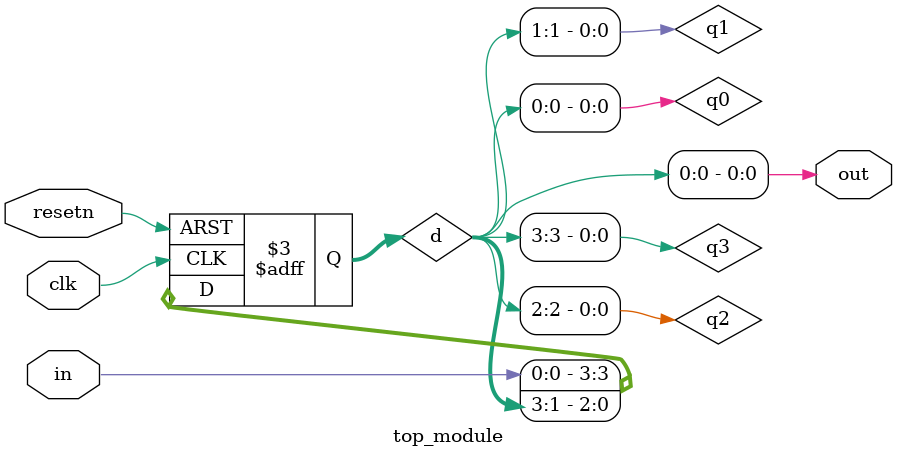
<source format=sv>
module top_module (
	input clk,
	input resetn,
	input in,
	output out
);
	
	reg [3:0] d;
	wire q0, q1, q2, q3;
	
	always @(posedge clk or negedge resetn)
	begin
		if (~resetn)
			d <= 4'b0000;
		else
			d <= {in, d[3:1]};
	end
	
	assign q0 = d[0];
	assign q1 = d[1];
	assign q2 = d[2];
	assign q3 = d[3];
	
	assign out = q0;
	
endmodule

</source>
